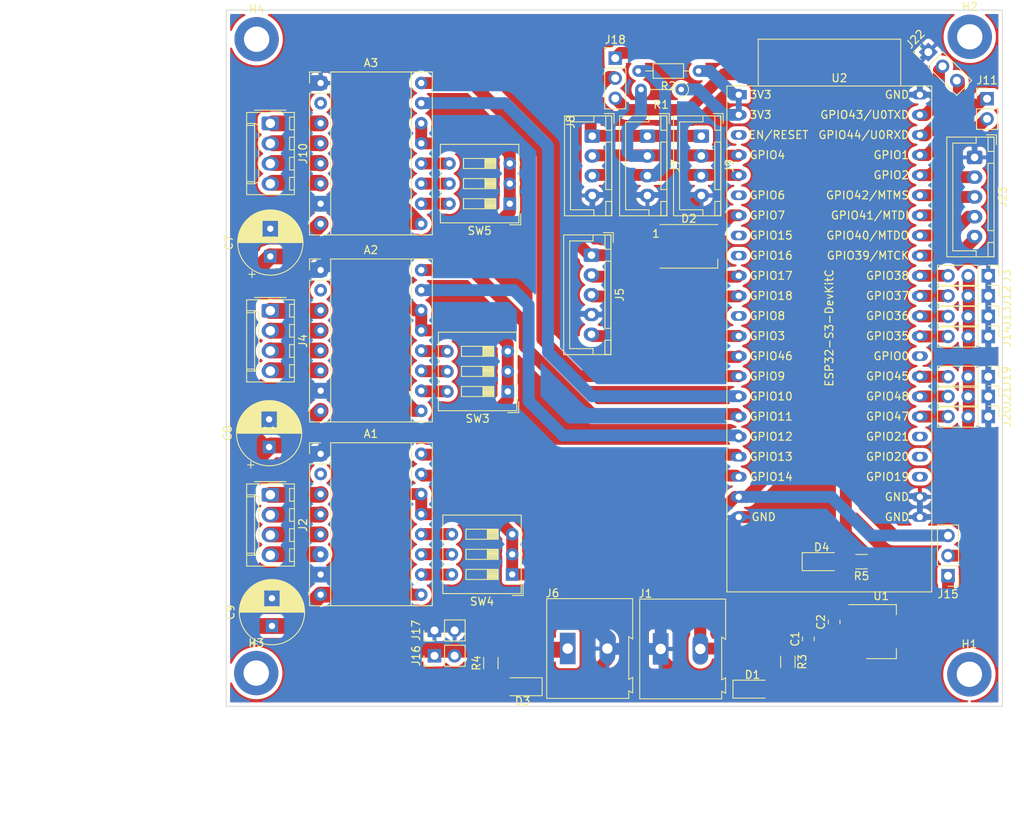
<source format=kicad_pcb>
(kicad_pcb (version 20221018) (generator pcbnew)
  (layers (0 "F.Cu" signal "Front") (31 "B.Cu" signal "Back") (34 "B.Paste" user) (35 "F.Paste" user) (36 "B.SilkS" user "B.Silkscreen") (37 "F.SilkS" user "F.Silkscreen") (38 "B.Mask" user) (39 "F.Mask" user) (44 "Edge.Cuts" user))
  (net 0 "")
  (net 1 "GND")
  (net 3 "Net-(A1-A2)")
  (net 4 "Net-(A1-A1)")
  (net 5 "Net-(A1-B1)")
  (net 6 "Net-(A1-B2)")
  (net 7 "+12V")
  (net 8 "EN")
  (net 9 "Net-(A1-M0)")
  (net 10 "Net-(A1-M1)")
  (net 11 "Net-(A1-M2)")
  (net 12 "+5V")
  (net 13 "STEP1")
  (net 14 "DIR1")
  (net 16 "Net-(A2-A2)")
  (net 17 "Net-(A2-A1)")
  (net 18 "Net-(A2-B1)")
  (net 19 "Net-(A2-B2)")
  (net 20 "Net-(A2-M0)")
  (net 21 "Net-(A2-M1)")
  (net 22 "Net-(A2-M2)")
  (net 23 "STEP2")
  (net 24 "DIR2")
  (net 26 "LIDARRX")
  (net 27 "LIDARTX")
  (net 28 "PWMLIDAR")
  (net 29 "SCL")
  (net 30 "SDA")
  (net 31 "Neopixel")
  (net 33 "Net-(A3-A2)")
  (net 34 "Net-(A3-A1)")
  (net 35 "Net-(A3-B1)")
  (net 36 "Net-(A3-B2)")
  (net 37 "Net-(A3-M0)")
  (net 38 "Net-(A3-M1)")
  (net 39 "Net-(A3-M2)")
  (net 40 "STEP3")
  (net 41 "DIR3")
  (net 49 "Net-(J23-Pin_2)")
  (net 50 "Net-(J23-Pin_3)")
  (net 51 "Net-(J23-Pin_4)")
  (net 52 "Net-(J22-Pin_3)")
  (net 53 "Net-(J22-Pin_2)")
  (net 56 "+3.3V")
  (net 57 "/GP35")
  (net 58 "/GP36")
  (net 59 "/GP37")
  (net 60 "/GP38")
  (net 61 "/GP1")
  (net 62 "/GP2")
  (net 63 "Net-(J12-Pin_2)")
  (net 64 "Net-(D1-A)")
  (net 65 "Net-(D3-A)")
  (net 66 "+3.3VP")
  (net 67 "Net-(J18-Pin_2)")
  (net 68 "Net-(D4-A)")
  (net 69 "Net-(J19-Pin_3)")
  (net 70 "Net-(J20-Pin_3)")
  (net 71 "Net-(J21-Pin_3)")
  (net 72 "Net-(J23-Pin_5)")
  (footprint "MountingHole:MountingHole_3.2mm_M3_DIN965_Pad" (layer "F.Cu") (at 116.8908 104.0892)
    (fp_text reference "H2")
    (fp_text value "MountingHole")
  )
  (footprint "MountingHole:MountingHole_3.2mm_M3_DIN965_Pad" (layer "F.Cu") (at 116.84 184.6072)
    (fp_text reference "H1")
    (fp_text value "MountingHole")
  )
  (footprint "Module:Pololu_Breakout-16_15.2x20.3mm" (layer "F.Cu") (at 34.9504 156.7688)
    (fp_text reference "A1")
    (fp_text value "Pololu_Breakout_DRV8825")
  )
  (footprint "Capacitor_SMD:C_0805_2012Metric_Pad1.18x1.45mm_HandSolder" (layer "F.Cu") (at 96.52 180.1368 90)
    (fp_text reference "C1")
    (fp_text value "C_Small")
  )
  (footprint "LED_SMD:LED_1206_3216Metric_Pad1.42x1.75mm_HandSolder" (layer "F.Cu") (at 89.4588 186.4868)
    (fp_text reference "D1")
    (fp_text value "LED_Small")
  )
  (footprint "Connector_PinHeader_2.54mm:PinHeader_1x02_P2.54mm_Vertical" (layer "F.Cu") (at 119.0752 111.9124)
    (fp_text reference "J11")
    (fp_text value "Conn_01x02")
  )
  (footprint "Connector_PinHeader_2.54mm:PinHeader_1x02_P2.54mm_Vertical" (layer "F.Cu") (at 49.3218 179.07 90)
    (fp_text reference "J17")
    (fp_text value "Conn_01x02")
  )
  (footprint "Connector_PinHeader_2.54mm:PinHeader_1x03_P2.54mm_Vertical" (layer "F.Cu") (at 119.2276 141.9428 -90)
    (fp_text reference "J14")
    (fp_text value "Conn_01x03")
  )
  (footprint "Resistor_SMD:R_1206_3216Metric_Pad1.30x1.75mm_HandSolder" (layer "F.Cu") (at 56.4388 183.1848 90)
    (fp_text reference "R4")
    (fp_text value "R_Small")
  )
  (footprint "Connector_PinHeader_2.54mm:PinHeader_1x03_P2.54mm_Vertical" (layer "F.Cu") (at 119.2276 136.812 -90)
    (fp_text reference "J12")
    (fp_text value "Conn_01x03")
  )
  (footprint "Connector_PinHeader_2.54mm:PinHeader_1x03_P2.54mm_Vertical" (layer "F.Cu") (at 119.2276 152.052 -90)
    (fp_text reference "J20")
    (fp_text value "Conn_01x03")
  )
  (footprint "Module:Pololu_Breakout-16_15.2x20.3mm" (layer "F.Cu") (at 34.9504 109.9312)
    (fp_text reference "A3")
    (fp_text value "Pololu_Breakout_DRV8825")
  )
  (footprint "Connector_PinHeader_2.54mm:PinHeader_1x03_P2.54mm_Vertical" (layer "F.Cu") (at 119.2276 149.512 -90)
    (fp_text reference "J21")
    (fp_text value "Conn_01x03")
  )
  (footprint "Resistor_THT:R_Axial_DIN0204_L3.6mm_D1.6mm_P5.08mm_Vertical" (layer "F.Cu") (at 80.4672 110.744 180)
    (fp_text reference "R1")
    (fp_text value "R")
  )
  (footprint "Connector_JST:JST_XH_B4B-XH-A_1x04_P2.50mm_Vertical" (layer "F.Cu") (at 83.0072 116.6368 -90)
    (fp_text reference "J9")
    (fp_text value "Conn_01x04")
  )
  (footprint "TerminalBlock:TerminalBlock_Altech_AK300-2_P5.00mm" (layer "F.Cu") (at 66.1416 181.356)
    (fp_text reference "J6")
    (fp_text value "Conn_01x02")
  )
  (footprint "Resistor_THT:R_Axial_DIN0204_L3.6mm_D1.6mm_P7.62mm_Horizontal" (layer "F.Cu") (at 82.6516 108.4072 180)
    (fp_text reference "R2")
    (fp_text value "R")
  )
  (footprint "Connector_JST:JST_XH_B5B-XH-A_1x05_P2.50mm_Vertical" (layer "F.Cu") (at 69.1388 131.6736 -90)
    (fp_text reference "J5")
    (fp_text value "Conn_01x05")
  )
  (footprint "Connector_PinHeader_2.54mm:PinHeader_1x03_P2.54mm_Vertical" (layer "F.Cu") (at 111.6584 106.0196 45)
    (fp_text reference "J22")
    (fp_text value "Conn_01x03")
  )
  (footprint "Button_Switch_THT:SW_DIP_SPSTx03_Slide_9.78x9.8mm_W7.62mm_P2.54mm" (layer "F.Cu") (at 59.13318 171.99652 180)
    (fp_text reference "SW4")
    (fp_text value "SW_DIP_x03")
  )
  (footprint "MountingHole:MountingHole_3.2mm_M3_DIN965_Pad" (layer "F.Cu") (at 26.8732 104.394)
    (fp_text reference "H4")
    (fp_text value "MountingHole")
  )
  (footprint "Connector_PinHeader_2.54mm:PinHeader_1x03_P2.54mm_Vertical" (layer "F.Cu") (at 119.2276 134.272 -90)
    (fp_text reference "J3")
    (fp_text value "Conn_01x03")
  )
  (footprint "LED_SMD:LED_1206_3216Metric_Pad1.42x1.75mm_HandSolder" (layer "F.Cu") (at 60.452 186.182 180)
    (fp_text reference "D3")
    (fp_text value "LED_Small")
  )
  (footprint "ESP32:ESP32-S3-DevKitC" (layer "F.Cu") (at 87.7316 111.4044)
    (fp_text reference "U2")
    (fp_text value "ESP32-S3-DevKitC")
  )
  (footprint "Connector_JST:JST_XH_B4B-XH-A_1x04_P2.50mm_Vertical" (layer "F.Cu") (at 69.2404 116.6368 -90)
    (fp_text reference "J8")
    (fp_text value "Conn_01x04")
  )
  (footprint "Connector_PinHeader_2.54mm:PinHeader_1x03_P2.54mm_Vertical" (layer "F.Cu") (at 119.2276 147.0228 -90)
    (fp_text reference "J19")
    (fp_text value "Conn_01x03")
  )
  (footprint "Connector_PinHeader_2.54mm:PinHeader_1x03_P2.54mm_Vertical" (layer "F.Cu") (at 119.2276 139.4028 -90)
    (fp_text reference "J13")
    (fp_text value "Conn_01x03")
  )
  (footprint "TerminalBlock:TerminalBlock_Altech_AK300-2_P5.00mm" (layer "F.Cu") (at 77.8764 181.4068)
    (fp_text reference "J1")
    (fp_text value "Conn_01x02")
  )
  (footprint "Connector_JST:JST_XH_B4B-XH-A_1x04_P2.50mm_Vertical" (layer "F.Cu") (at 76.2 116.6368 -90)
    (fp_text reference "J7")
    (fp_text value "Conn_01x04")
  )
  (footprint "Capacitor_THT:CP_Radial_D8.0mm_P3.50mm" (layer "F.Cu") (at 28.448 155.9052 90)
    (fp_text reference "C8")
    (fp_text value "C_Polarized")
  )
  (footprint "Connector_PinHeader_2.54mm:PinHeader_1x03_P2.54mm_Vertical" (layer "F.Cu") (at 114.1476 172.1612 180)
    (fp_text reference "J15")
    (fp_text value "Conn_01x03")
  )
  (footprint "Capacitor_THT:CP_Radial_D8.0mm_P3.50mm" (layer "F.Cu") (at 28.6004 131.826 90)
    (fp_text reference "C7")
    (fp_text value "C_Polarized")
  )
  (footprint "Connector_PinHeader_2.54mm:PinHeader_1x03_P2.54mm_Vertical" (layer "F.Cu") (at 72.136 106.7816)
    (fp_text reference "J18")
    (fp_text value "Conn_01x03")
  )
  (footprint "Connector_Molex:Molex_KK-254_AE-6410-04A_1x04_P2.54mm_Vertical" (layer "F.Cu") (at 28.6004 115.0258 -90)
    (fp_text reference "J10")
    (fp_text value "Conn_01x04")
  )
  (footprint "Connector_JST:JST_XH_B5B-XH-A_1x05_P2.50mm_Vertical" (layer "F.Cu") (at 117.5004 119.3184 -90)
    (fp_text reference "J23")
    (fp_text value "Conn_01x05")
  )
  (footprint "Resistor_SMD:R_1206_3216Metric_Pad1.30x1.75mm_HandSolder" (layer "F.Cu") (at 103.2256 170.3832 180)
    (fp_text reference "R5")
    (fp_text value "R_Small")
  )
  (footprint "Module:Pololu_Breakout-16_15.2x20.3mm" (layer "F.Cu") (at 34.9504 133.5532)
    (fp_text reference "A2")
    (fp_text value "Pololu_Breakout_DRV8825")
  )
  (footprint "Connector_PinHeader_2.54mm:PinHeader_1x02_P2.54mm_Vertical" (layer "F.Cu") (at 49.3218 182.2704 90)
    (fp_text reference "J16")
    (fp_text value "Conn_01x02")
  )
  (footprint "Resistor_SMD:R_1206_3216Metric_Pad1.30x1.75mm_HandSolder" (layer "F.Cu") (at 93.9292 183.0324 -90)
    (fp_text reference "R3")
    (fp_text value "R_Small")
  )
  (footprint "LED_SMD:LED_1206_3216Metric_Pad1.42x1.75mm_HandSolder" (layer "F.Cu") (at 98.1964 170.3832)
    (fp_text reference "D4")
    (fp_text value "LED_Small")
  )
  (footprint "LED_SMD:LED_WS2812B_PLCC4_5.0x5.0mm_P3.2mm" (layer "F.Cu") (at 81.4324 130.556)
    (fp_text reference "D2")
    (fp_text value "WS2812B")
  )
  (footprint "Button_Switch_THT:SW_DIP_SPSTx03_Slide_9.78x9.8mm_W7.62mm_P2.54mm" (layer "F.Cu") (at 58.8264 125.1712 180)
    (fp_text reference "SW5")
    (fp_text value "SW_DIP_x03")
  )
  (footprint "Package_TO_SOT_SMD:SOT-223-3_TabPin2" (layer "F.Cu") (at 105.7148 179.2224)
    (fp_text reference "U1")
    (fp_text value "AMS1117-3.3")
  )
  (footprint "Capacitor_THT:CP_Radial_D8.0mm_P3.50mm" (layer "F.Cu") (at 28.8036 178.5112 90)
    (fp_text reference "C9")
    (fp_text value "C_Polarized")
  )
  (footprint "Button_Switch_THT:SW_DIP_SPSTx03_Slide_9.78x9.8mm_W7.62mm_P2.54mm" (layer "F.Cu") (at 58.5724 148.8948 180)
    (fp_text reference "SW3")
    (fp_text value "SW_DIP_x03")
  )
  (footprint "MountingHole:MountingHole_3.2mm_M3_DIN965_Pad" (layer "F.Cu") (at 26.8224 184.4548)
    (fp_text reference "H3")
    (fp_text value "MountingHole")
  )
  (footprint "Capacitor_SMD:C_0805_2012Metric_Pad1.18x1.45mm_HandSolder" (layer "F.Cu") (at 99.7712 178.0032 90)
    (fp_text reference "C2")
    (fp_text value "C_Small")
  )
  (footprint "Connector_Molex:Molex_KK-254_AE-6410-04A_1x04_P2.54mm_Vertical" (layer "F.Cu") (at 28.6004 161.9434 -90)
    (fp_text reference "J2")
    (fp_text value "Conn_01x04")
  )
  (footprint "Connector_Molex:Molex_KK-254_AE-6410-04A_1x04_P2.54mm_Vertical" (layer "F.Cu") (at 28.6004 138.684 -90)
    (fp_text reference "J4")
    (fp_text value "Conn_01x04")
  )
  (gr_rect (start 23.03148 100.71372) (end 120.99928 188.64852) (stroke (width 0.1)) (fill none) (layer "Edge.Cuts"))
  (segment (start 83.0072 124.1368) (end 81.4324 125.7116) (width 1.5) (layer "F.Cu") (net 1))
  (segment (start 71.1416 182.7568) (end 71.1416 181.356) (width 1.5) (layer "F.Cu") (net 1))
  (segment (start 77.8764 182.5752) (end 77.8764 181.356) (width 1.5) (layer "F.Cu") (net 1))
  (segment (start 98.5735 176.9657) (end 99.7712 176.9657) (width 1.5) (layer "F.Cu") (net 1))
  (segment (start 61.9395 186.182) (end 62.0411 186.2836) (width 1.5) (layer "F.Cu") (net 1))
  (segment (start 87.73064 164.7444) (end 87.72792 164.74168) (width 1.5) (layer "F.Cu") (net 1))
  (segment (start 99.7712 176.9657) (end 99.9236 177.1181) (width 0.75) (layer "F.Cu") (net 1))
  (segment (start 91.6432 164.7444) (end 87.73064 164.7444) (width 1.5) (layer "F.Cu") (net 1))
  (segment (start 67.6148 186.2836) (end 71.1416 182.7568) (width 1.5) (layer "F.Cu") (net 1))
  (segment (start 96.52 179.0192) (end 98.5735 176.9657) (width 1.5) (layer "F.Cu") (net 1))
  (segment (start 96.52 179.0993) (end 96.5708 179.0485) (width 1.5) (layer "F.Cu") (net 1))
  (segment (start 96.5708 179.0485) (end 96.5708 169.672) (width 1.5) (layer "F.Cu") (net 1))
  (segment (start 96.52 179.0993) (end 96.52 179.0192) (width 1.5) (layer "F.Cu") (net 1))
  (segment (start 87.9713 186.4868) (end 81.788 186.4868) (width 1.5) (layer "F.Cu") (net 1))
  (segment (start 102.2382 176.9872) (end 102.3691 177.1181) (width 1.5) (layer "F.Cu") (net 1))
  (segment (start 81.4324 130.3528) (end 83.2856 132.206) (width 1.5) (layer "F.Cu") (net 1))
  (segment (start 99.9236 177.1181) (end 100.0545 176.9872) (width 1.5) (layer "F.Cu") (net 1))
  (segment (start 102.3691 177.1181) (end 102.5648 176.9224) (width 0.75) (layer "F.Cu") (net 1))
  (segment (start 81.788 186.4868) (end 77.8764 182.5752) (width 1.5) (layer "F.Cu") (net 1))
  (segment (start 81.4324 125.7116) (end 81.4324 130.3528) (width 1.5) (layer "F.Cu") (net 1))
  (segment (start 100.0545 176.9872) (end 102.2382 176.9872) (width 1.5) (layer "F.Cu") (net 1))
  (segment (start 62.0411 186.2836) (end 67.6148 186.2836) (width 1.5) (layer "F.Cu") (net 1))
  (segment (start 96.5708 169.672) (end 91.6432 164.7444) (width 1.5) (layer "F.Cu") (net 1))
  (segment (start 83.2856 132.206) (end 83.8824 132.206) (width 1.5) (layer "F.Cu") (net 1))
  (segment (start 110.5916 162.2044) (end 110.5916 164.7444) (width 0.75) (layer "B.Cu") (net 1))
  (segment (start 25.0444 172.60724) (end 25.0444 160.528) (width 2) (layer "B.Cu") (net 1))
  (segment (start 77.8764 181.4068) (end 77.8764 174.5932) (width 1.5) (layer "B.Cu") (net 1))
  (segment (start 27.44836 175.0112) (end 25.0444 172.60724) (width 2) (layer "B.Cu") (net 1))
  (segment (start 68.8848 139.072) (end 67.5964 139.072) (width 0.75) (layer "B.Cu") (net 1))
  (segment (start 69.27928 124.06332) (end 83.05292 124.06332) (width 0.75) (layer "B.Cu") (net 1))
  (segment (start 69.2404 125.984) (end 72.39 129.1336) (width 0.75) (layer "B.Cu") (net 1))
  (segment (start 69.2404 124.1022) (end 69.27928 124.06332) (width 0.75) (layer "B.Cu") (net 1))
  (segment (start 77.8764 174.5932) (end 87.72792 164.74168) (width 1.5) (layer "B.Cu") (net 1))
  (segment (start 25.2984 126.238) (end 25.2984 113.538) (width 2) (layer "B.Cu") (net 1))
  (segment (start 34.9504 172.0088) (end 40.19916 172.0088) (width 2) (layer "B.Cu") (net 1))
  (segment (start 110.5916 110.1852) (end 110.5916 111.4044) (width 0.75) (layer "B.Cu") (net 1))
  (segment (start 24.5872 138.0236) (end 27.48008 135.13072) (width 2) (layer "B.Cu") (net 1))
  (segment (start 26.66728 158.90512) (end 31.54408 158.90512) (width 2) (layer "B.Cu") (net 1))
  (segment (start 32.8894 125.1712) (end 34.9504 125.1712) (width 2) (layer "B.Cu") (net 1))
  (segment (start 38.16988 150.87872) (end 36.08436 148.7932) (width 2) (layer "B.Cu") (net 1))
  (segment (start 28.448 152.4052) (end 28.3008 152.4052) (width 2) (layer "B.Cu") (net 1))
  (segment (start 28.60312 128.32872) (end 29.73188 128.32872) (width 2) (layer "B.Cu") (net 1))
  (segment (start 71.1924 181.4068) (end 71.1416 181.356) (width 1.5) (layer "B.Cu") (net 1))
  (segment (start 110.5916 107.188) (end 110.5916 111.4044) (width 0.75) (layer "B.Cu") (net 1))
  (segment (start 27.48008 135.13072) (end 31.71828 135.13072) (width 2) (layer "B.Cu") (net 1))
  (segment (start 110.5916 111.4044) (end 109.0676 111.4044) (width 0.75) (layer "B.Cu") (net 1))
  (segment (start 34.9504 156.7688) (end 38.16988 153.54932) (width 2) (layer "B.Cu") (net 1))
  (segment (start 28.6004 128.326) (end 28.60312 128.32872) (width 2) (layer "B.Cu") (net 1))
  (segment (start 28.8036 175.0112) (end 29.662 175.0112) (width 2) (layer "B.Cu") (net 1))
  (segment (start 70.5288 139.1736) (end 69.1388 139.1736) (width 0.75) (layer "B.Cu") (net 1))
  (segment (start 28.6004 128.326) (end 27.3864 128.326) (width 2) (layer "B.Cu") (net 1))
  (segment (start 29.662 175.0112) (end 32.6644 172.0088) (width 2) (layer "B.Cu") (net 1))
  (segment (start 83.05292 124.06332) (end 83.1426 124.153) (width 0.75) (layer "B.Cu") (net 1))
  (segment (start 38.16988 127.25931) (end 36.08177 125.1712) (width 2) (layer "B.Cu") (net 1))
  (segment (start 33.6804 156.7688) (end 34.9504 156.7688) (width 2) (layer "B.Cu") (net 1))
  (segment (start 117.5004 119.3184) (end 117.5004 117.0432) (width 0.75) (layer "B.Cu") (net 1))
  (segment (start 70.4088 103.5304) (end 103.9368 103.5304) (width 0.75) (layer "B.Cu") (net 1))
  (segment (start 25.2984 113.538) (end 28.9052 109.9312) (width 2) (layer "B.Cu") (net 1))
  (segment (start 38.16988 153.54932) (end 38.16988 150.87872) (width 2) (layer "B.Cu") (net 1))
  (segment (start 25.0444 160.528) (end 26.66728 158.90512) (width 2) (layer "B.Cu") (net 1))
  (segment (start 72.39 137.3124) (end 70.5288 139.1736) (width 0.75) (layer "B.Cu") (net 1))
  (segment (start 103.9368 103.5304) (end 110.5916 110.1852) (width 0.75) (layer "B.Cu") (net 1))
  (segment (start 34.9504 148.7932) (end 36.08177 148.7932) (width 2) (layer "B.Cu") (net 1))
  (segment (start 28.3008 152.4052) (end 24.5872 148.6916) (width 2) (layer "B.Cu") (net 1))
  (segment (start 69.2404 124.1368) (end 69.2404 125.984) (width 0.75) (layer "B.Cu") (net 1))
  (segment (start 40.19916 172.0088) (end 39.18316 172.0088) (width 2) (layer "B.Cu") (net 1))
  (segment (start 77.8764 181.4068) (end 71.1924 181.4068) (width 1.5) (layer "B.Cu") (net 1))
  (segment (start 40.19916 172.0088) (end 46.19356 178.0032) (width 2) (layer "B.Cu") (net 1))
  (segment (start 69.088 178.0032) (end 71.214 180.1292) (width 2) (layer "B.Cu") (net 1))
  (segment (start 32.1274 148.7932) (end 34.9504 148.7932) (width 2) (layer "B.Cu") (net 1))
  (segment (start 36.08436 148.7932) (end 34.9504 148.7932) (width 2) (layer "B.Cu") (net 1))
  (segment (start 24.5872 148.6916) (end 24.5872 138.0236) (width 2) (layer "B.Cu") (net 1))
  (segment (start 105.1052 115.3668) (end 105.1052 159.004) (width 0.75) (layer "B.Cu") (net 1))
  (segment (start 72.39 129.1336) (end 72.39 137.3124) (width 0.75) (layer "B.Cu") (net 1))
  (segment (start 46.19356 178.0032) (end 69.088 178.0032) (width 2) (layer "B.Cu") (net 1))
  (segment (start 31.54408 158.90512) (end 33.6804 156.7688) (width 2) (layer "B.Cu") (net 1))
  (segment (start 34.9504 125.1712) (end 36.08177 125.1712) (width 2) (layer "B.Cu") (net 1))
  (segment (start 28.5154 152.4052) (end 32.1274 148.7932) (width 2) (layer "B.Cu") (net 1))
  (segment (start 34.9504 133.5532) (end 34.9504 133.2702) (width 2) (layer "B.Cu") (net 1))
  (segment (start 109.0676 111.4044) (end 105.1052 115.3668) (width 0.75) (layer "B.Cu") (net 1))
  (segment (start 119.2276 134.272) (end 119.2276 152.052) (width 0.75) (layer "B.Cu") (net 1))
  (segment (start 28.448 152.4052) (end 28.5154 152.4052) (width 2) (layer "B.Cu") (net 1))
  (segment (start 117.5004 117.0432) (end 111.8616 111.4044) (width 0.75) (layer "B.Cu") (net 1))
  (segment (start 111.6584 106.0196) (end 111.6584 106.1212) (width 0.75) (layer "B.Cu") (net 1))
  (segment (start 111.8616 111.4044) (end 110.5916 111.4044) (width 0.75) (layer "B.Cu") (net 1))
  (segment (start 27.3864 128.326) (end 25.2984 126.238) (width 2) (layer "B.Cu") (net 1))
  (segment (start 29.73188 128.32872) (end 32.8894 125.1712) (width 2) (layer "B.Cu") (net 1))
  (segment (start 71.214 180.1292) (end 71.214 181.0512) (width 2) (layer "B.Cu") (net 1))
  (segment (start 111.6584 106.1212) (end 110.5916 107.188) (width 0.75) (layer "B.Cu") (net 1))
  (segment (start 31.71828 135.13072) (end 33.2958 133.5532) (width 2) (layer "B.Cu") (net 1))
  (segment (start 33.2958 133.5532) (end 34.9504 133.5532) (width 2) (layer "B.Cu") (net 1))
  (segment (start 113.792 164.7444) (end 110.5916 164.7444) (width 0.75) (layer "B.Cu") (net 1))
  (segment (start 66.3448 137.8204) (end 66.3448 107.5944) (width 0.75) (layer "B.Cu") (net 1))
  (segment (start 66.3448 107.5944) (end 70.4088 103.5304) (width 0.75) (layer "B.Cu") (net 1))
  (segment (start 105.1052 159.004) (end 108.204 162.1028) (width 0.75) (layer "B.Cu") (net 1))
  (segment (start 38.16988 130.05072) (end 38.16988 127.25931) (width 2) (layer "B.Cu") (net 1))
  (segment (start 28.8036 175.0112) (end 27.44836 175.0112) (width 2) (layer "B.Cu") (net 1))
  (segment (start 28.9052 109.9312) (end 34.9504 109.9312) (width 2) (layer "B.Cu") (net 1))
  (segment (start 119.2276 152.052) (end 119.2276 159.3088) (width 0.75) (layer "B.Cu") (net 1))
  (segment (start 34.9504 133.2702) (end 38.16988 130.05072) (width 2) (layer "B.Cu") (net 1))
  (segment (start 67.5964 139.072) (end 66.3448 137.8204) (width 0.75) (layer "B.Cu") (net 1))
  (segment (start 119.2276 159.3088) (end 113.792 164.7444) (width 0.75) (layer "B.Cu") (net 1))
  (segment (start 108.204 162.1028) (end 111.1504 162.1028) (width 0.75) (layer "B.Cu") (net 1))
  (segment (start 32.6644 172.0088) (end 34.9504 172.0088) (width 2) (layer "B.Cu") (net 1))
  (segment (start 34.8558 161.9434) (end 34.9504 161.8488) (width 2) (layer "F.Cu") (net 3))
  (segment (start 28.5496 161.9434) (end 34.8558 161.9434) (width 2) (layer "F.Cu") (net 3))
  (segment (start 34.8958 164.4434) (end 34.9504 164.3888) (width 2) (layer "F.Cu") (net 4))
  (segment (start 28.5496 164.4434) (end 34.8958 164.4434) (width 2) (layer "F.Cu") (net 4))
  (segment (start 34.9358 166.9434) (end 34.9504 166.9288) (width 2) (layer "F.Cu") (net 5))
  (segment (start 28.5496 166.9434) (end 34.9358 166.9434) (width 2) (layer "F.Cu") (net 5))
  (segment (start 28.5496 169.4434) (end 34.925 169.4434) (width 2) (layer "F.Cu") (net 6))
  (segment (start 34.925 169.4434) (end 34.9504 169.4688) (width 2) (layer "B.Cu") (net 6))
  (segment (start 28.60312 131.82872) (end 30.83288 131.82872) (width 2) (layer "F.Cu") (net 7))
  (segment (start 26.7208 178.5112) (end 25.654 177.4444) (width 2) (layer "F.Cu") (net 7))
  (segment (start 28.448 155.9052) (end 28.64848 155.70472) (width 2) (layer "F.Cu") (net 7))
  (segment (start 28.448 155.9052) (end 27.8384 155.9052) (width 2) (layer "F.Cu") (net 7))
  (segment (start 28.8036 178.5112) (end 30.988 178.5112) (width 2) (layer "F.Cu") (net 7))
  (segment (start 38.01476 174.5488) (end 44.97436 181.5084) (width 2) (layer "F.Cu") (net 7))
  (segment (start 28.8036 178.5112) (end 26.7208 178.5112) (width 2) (layer "F.Cu") (net 7))
  (segment (start 34.9504 174.5488) (end 38.01476 174.5488) (width 2) (layer "F.Cu") (net 7))
  (segment (start 25.654 158.6992) (end 28.448 155.9052) (width 2) (layer "F.Cu") (net 7))
  (segment (start 28.6004 131.826) (end 28.60312 131.82872) (width 2) (layer "F.Cu") (net 7))
  (segment (start 25.654 177.4444) (end 25.654 158.6992) (width 2) (layer "F.Cu") (net 7))
  (segment (start 25.7556 153.8224) (end 25.7556 134.6708) (width 2) (layer "F.Cu") (net 7))
  (segment (start 30.988 178.5112) (end 34.9504 174.5488) (width 2) (layer "F.Cu") (net 7))
  (segment (start 27.8384 155.9052) (end 25.7556 153.8224) (width 2) (layer "F.Cu") (net 7))
  (segment (start 30.83288 131.82872) (end 34.9504 127.7112) (width 2) (layer "F.Cu") (net 7))
  (segment (start 28.64848 155.70472) (end 30.57888 155.70472) (width 2) (layer "F.Cu") (net 7))
  (segment (start 65.9892 181.5084) (end 66.1416 181.356) (width 2) (layer "F.Cu") (net 7))
  (segment (start 30.57888 155.70472) (end 34.9504 151.3332) (width 2) (layer "F.Cu") (net 7))
  (segment (start 25.7556 134.6708) (end 28.6004 131.826) (width 2) (layer "F.Cu") (net 7))
  (segment (start 44.97436 181.5084) (end 65.9892 181.5084) (width 2) (layer "F.Cu") (net 7))
  (segment (start 46.87936 151.3332) (end 47.6504 151.3332) (width 1.5) (layer "F.Cu") (net 8))
  (segment (start 45.212 151.3332) (end 42.3164 154.2288) (width 1.5) (layer "F.Cu") (net 8))
  (segment (start 45.0088 108.7628) (end 46.482 107.2896) (width 1.5) (layer "F.Cu") (net 8))
  (segment (start 45.0088 125.075185) (end 45.0088 108.7628) (width 1.5) (layer "F.Cu") (net 8))
  (segment (start 87.62728 144.52872) (end 87.7316 144.4244) (width 1.5) (layer "F.Cu") (net 8))
  (segment (start 47.6504 151.3332) (end 45.212 151.3332) (width 1.5) (layer "F.Cu") (net 8))
  (segment (start 55.1688 107.2896) (end 64.9224 117.0432) (width 1.5) (layer "F.Cu") (net 8))
  (segment (start 64.9224 117.0432) (end 64.9224 141.1224) (width 1.5) (layer "F.Cu") (net 8))
  (segment (start 64.9224 141.1224) (end 68.32872 144.52872) (width 1.5) (layer "F.Cu") (net 8))
  (segment (start 47.644815 127.7112) (end 45.0088 125.075185) (width 1.5) (layer "F.Cu") (net 8))
  (segment (start 42.8244 147.27824) (end 46.87936 151.3332) (width 1.5) (layer "F.Cu") (net 8))
  (segment (start 47.6504 127.7112) (end 45.72 127.7112) (width 1.5) (layer "F.Cu") (net 8))
  (segment (start 42.8244 130.6068) (end 42.8244 147.27824) (width 1.5) (layer "F.Cu") (net 8))
  (segment (start 46.37136 174.5488) (end 47.6504 174.5488) (width 1.5) (layer "F.Cu") (net 8))
  (segment (start 46.482 107.2896) (end 55.1688 107.2896) (width 1.5) (layer "F.Cu") (net 8))
  (segment (start 47.6504 127.7112) (end 47.644815 127.7112) (width 1.5) (layer "F.Cu") (net 8))
  (segment (start 68.32872 144.52872) (end 87.62728 144.52872) (width 1.5) (layer "F.Cu") (net 8))
  (segment (start 42.3164 170.49384) (end 46.37136 174.5488) (width 1.5) (layer "F.Cu") (net 8))
  (segment (start 45.72 127.7112) (end 42.8244 130.6068) (width 1.5) (layer "F.Cu") (net 8))
  (segment (start 42.3164 154.2288) (end 42.3164 170.49384) (width 1.5) (layer "F.Cu") (net 8))
  (segment (start 47.6758 171.9834) (end 47.6504 172.0088) (width 0.75) (layer "F.Cu") (net 9))
  (segment (start 47.6504 172.0088) (end 51.5009 172.0088) (width 1.5) (layer "F.Cu") (net 9))
  (segment (start 51.5009 172.0088) (end 51.51318 171.99652) (width 0.75) (layer "F.Cu") (net 9))
  (segment (start 51.49248 172.01152) (end 51.46436 171.9834) (width 0.75) (layer "F.Cu") (net 9))
  (segment (start 47.6758 169.4434) (end 47.6504 169.4688) (width 0.75) (layer "F.Cu") (net 10))
  (segment (start 51.49248 169.47152) (end 51.46436 169.4434) (width 0.75) (layer "F.Cu") (net 10))
  (segment (start 51.46436 169.4434) (end 47.6758 169.4434) (width 1.5) (layer "F.Cu") (net 10))
  (segment (start 47.6758 166.9034) (end 47.6504 166.9288) (width 0.75) (layer "F.Cu") (net 11))
  (segment (start 51.46436 166.9034) (end 47.6758 166.9034) (width 1.5) (layer "F.Cu") (net 11))
  (segment (start 51.49248 166.93152) (end 51.46436 166.9034) (width 0.75) (layer "F.Cu") (net 11))
  (segment (start 85.852 108.8136) (end 89.5604 108.8136) (width 1.5) (layer "F.Cu") (net 12))
  (segment (start 47.6504 138.6332) (end 46.7868 138.6332) (width 1.5) (layer "F.Cu") (net 12))
  (segment (start 91.0336 110.2868) (end 91.0336 159.9184) (width 1.5) (layer "F.Cu") (net 12))
  (segment (start 58.5724 142.91154) (end 56.83406 141.1732) (width 1.5) (layer "F.Cu") (net 12))
  (segment (start 56.60546 164.3888) (end 47.6504 164.3888) (width 1.5) (layer "F.Cu") (net 12))
  (segment (start 102.4603 181.1776) (end 102.5111 181.2284) (width 1.5) (layer "F.Cu") (net 12))
  (segment (start 94.234 181.1776) (end 102.4603 181.1776) (width 1.5) (layer "F.Cu") (net 12))
  (segment (start 93.8028 181.356) (end 82.8764 181.356) (width 1.5) (layer "F.Cu") (net 12))
  (segment (start 72.136 111.8616) (end 73.6092 113.3348) (width 1.5) (layer "F.Cu") (net 12))
  (segment (start 45.20908 137.05548) (end 45.20908 132.66352) (width 1.5) (layer "F.Cu") (net 12))
  (segment (start 45.20908 132.66352) (end 46.55188 131.32072) (width 1.5) (layer "F.Cu") (net 12))
  (segment (start 82.8548 166.624) (end 87.27712 162.20168) (width 1.5) (layer "F.Cu") (net 12))
  (segment (start 59.13318 171.99652) (end 59.13318 169.45652) (width 1.5) (layer "F.Cu") (net 12))
  (segment (start 82.8764 181.356) (end 82.8548 181.3344) (width 1.5) (layer "F.Cu") (net 12))
  (segment (start 70.3072 103.6828) (end 98.552 103.6828) (width 1.5) (layer "F.Cu") (net 12))
  (segment (start 46.0756 161.8488) (end 45.212 160.9852) (width 1.5) (layer "F.Cu") (net 12))
  (segment (start 81.3308 113.3348) (end 85.852 108.8136) (width 1.5) (layer "F.Cu") (net 12))
  (segment (start 47.6504 138.6332) (end 47.6504 141.1732) (width 1.5) (layer "F.Cu") (net 12))
  (segment (start 88.75032 162.20168) (end 87.72792 162.20168) (width 1.5) (layer "F.Cu") (net 12))
  (segment (start 58.8264 120.0912) (end 58.8264 118.93394) (width 1.5) (layer "F.Cu") (net 12))
  (segment (start 98.552 103.6828) (end 103.5812 108.712) (width 1.5) (layer "F.Cu") (net 12))
  (segment (start 69.1388 131.6736) (end 68.8848 131.6736) (width 1.5) (layer "F.Cu") (net 12))
  (segment (start 68.8848 131.6736) (end 67.1576 129.9464) (width 1.5) (layer "F.Cu") (net 12))
  (segment (start 59.13318 166.91652) (end 56.60546 164.3888) (width 1.5) (layer "F.Cu") (net 12))
  (segment (start 47.6504 161.8488) (end 47.6504 164.3888) (width 1.5) (layer "F.Cu") (net 12))
  (segment (start 45.212 155.3972) (end 46.86028 153.74892) (width 1.5) (layer "F.Cu") (net 12))
  (segment (start 46.55188 131.32072) (end 53.70798 131.32072) (width 1.5) (layer "F.Cu") (net 12))
  (segment (start 73.66 131.6736) (end 76.4276 128.906) (width 1.5) (layer "F.Cu") (net 12))
  (segment (start 93.9292 181.4824) (end 94.234 181.1776) (width 1.5) (layer "F.Cu") (net 12))
  (segment (start 56.83406 141.1732) (end 47.6504 141.1732) (width 1.5) (layer "F.Cu") (net 12))
  (segment (start 58.5724 143.8148) (end 58.5724 142.91154) (width 1.5) (layer "F.Cu") (net 12))
  (segment (start 58.8264 118.93394) (end 57.44366 117.5512) (width 1.5) (layer "F.Cu") (net 12))
  (segment (start 53.70798 131.32072) (end 58.8264 126.2023) (width 1.5) (layer "F.Cu") (net 12))
  (segment (start 73.6092 113.3348) (end 81.3308 113.3348) (width 1.5) (layer "F.Cu") (net 12))
  (segment (start 58.5724 149.9259) (end 58.5724 148.8948) (width 1.5) (layer "F.Cu") (net 12))
  (segment (start 76.4276 128.906) (end 78.9824 128.906) (width 1.5) (layer "F.Cu") (net 12))
  (segment (start 46.86028 153.74892) (end 54.74938 153.74892) (width 1.5) (layer "F.Cu") (net 12))
  (segment (start 46.7868 138.6332) (end 45.20908 137.05548) (width 1.5) (layer "F.Cu") (net 12))
  (segment (start 77.76252 171.99652) (end 82.8764 177.1104) (width 1.5) (layer "F.Cu") (net 12))
  (segment (start 107.3404 167.0812) (end 114.1476 167.0812) (width 1.5) (layer "F.Cu") (net 12))
  (segment (start 47.6504 161.8488) (end 46.0756 161.8488) (width 1.5) (layer "F.Cu") (net 12))
  (segment (start 103.5812 163.322) (end 107.3404 167.0812) (width 1.5) (layer "F.Cu") (net 12))
  (segment (start 82.8764 177.1104) (end 82.8764 181.356) (width 1.5) (layer "F.Cu") (net 12))
  (segment (start 58.8264 126.2023) (end 58.8264 125.1712) (width 1.5) (layer "F.Cu") (net 12))
  (segment (start 59.13318 169.45652) (end 59.13318 166.91652) (width 1.5) (layer "F.Cu") (net 12))
  (segment (start 58.8264 125.1712) (end 58.8264 122.6312) (width 1.5) (layer "F.Cu") (net 12))
  (segment (start 89.5604 108.8136) (end 91.0336 110.2868) (width 1.5) (layer "F.Cu") (net 12))
  (segment (start 67.1576 106.8324) (end 70.3072 103.6828) (width 1.5) (layer "F.Cu") (net 12))
  (segment (start 45.212 160.9852) (end 45.212 155.3972) (width 1.5) (layer "F.Cu") (net 12))
  (segment (start 103.5812 108.712) (end 103.5812 163.322) (width 1.5) (layer "F.Cu") (net 12))
  (segment (start 69.1388 131.6736) (end 73.66 131.6736) (width 1.5) (layer "F.Cu") (net 12))
  (segment (start 57.44366 117.5512) (end 47.6504 117.5512) (width 1.5) (layer "F.Cu") (net 12))
  (segment (start 82.8548 181.3344) (end 82.8548 166.624) (width 1.5) (layer "F.Cu") (net 12))
  (segment (start 91.0336 159.9184) (end 88.75032 162.20168) (width 1.5) (layer "F.Cu") (net 12))
  (segment (start 47.6504 115.0112) (end 47.6504 117.5512) (width 1.5) (layer "F.Cu") (net 12))
  (segment (start 59.13318 171.99652) (end 77.76252 171.99652) (width 1.5) (layer "F.Cu") (net 12))
  (segment (start 58.5724 148.8948) (end 58.5724 146.3548) (width 1.5) (layer "F.Cu") (net 12))
  (segment (start 93.9292 181.4824) (end 93.8028 181.356) (width 1.5) (layer "F.Cu") (net 12))
  (segment (start 67.1576 129.9464) (end 67.1576 106.8324) (width 1.5) (layer "F.Cu") (net 12))
  (segment (start 58.5724 146.3548) (end 58.5724 143.8148) (width 1.5) (layer "F.Cu") (net 12))
  (segment (start 114.1476 167.0812) (end 114.0968 167.0812) (width 0.75) (layer "F.Cu") (net 12))
  (segment (start 54.74938 153.74892) (end 58.5724 149.9259) (width 1.5) (layer "F.Cu") (net 12))
  (segment (start 58.8264 122.6312) (end 58.8264 120.0912) (width 1.5) (layer "F.Cu") (net 12))
  (segment (start 104.2924 167.0812) (end 114.1476 167.0812) (width 1.5) (layer "B.Cu") (net 12))
  (segment (start 99.41288 162.20168) (end 104.2924 167.0812) (width 1.5) (layer "B.Cu") (net 12))
  (segment (start 87.72792 162.20168) (end 99.41288 162.20168) (width 1.5) (layer "B.Cu") (net 12))
  (segment (start 87.3696 159.512) (end 47.8536 159.512) (width 1.5) (layer "F.Cu") (net 13))
  (segment (start 47.8536 159.512) (end 47.6504 159.3088) (width 1.5) (layer "F.Cu") (net 13))
  (segment (start 47.8536 159.512) (end 47.6504 159.3088) (width 0.75) (layer "B.Cu") (net 13))
  (segment (start 87.4776 156.8704) (end 47.752 156.8704) (width 1.5) (layer "F.Cu") (net 14))
  (segment (start 47.752 156.8704) (end 47.6504 156.7688) (width 1.5) (layer "F.Cu") (net 14))
  (segment (start 47.85632 156.97472) (end 47.6504 156.7688) (width 0.75) (layer "B.Cu") (net 14))
  (segment (start 34.87148 138.71212) (end 34.9504 138.6332) (width 2) (layer "F.Cu") (net 16))
  (segment (start 28.62852 138.71212) (end 34.87148 138.71212) (width 2) (layer "F.Cu") (net 16))
  (segment (start 28.6004 138.684) (end 28.62852 138.71212) (width 2) (layer "F.Cu") (net 16))
  (segment (start 28.6004 141.184) (end 28.62852 141.21212) (width 2) (layer "F.Cu") (net 17))
  (segment (start 28.62852 141.21212) (end 34.91148 141.21212) (width 2) (layer "F.Cu") (net 17))
  (segment (start 34.91148 141.21212) (end 34.9504 141.1732) (width 2) (layer "F.Cu") (net 17))
  (segment (start 28.6004 143.684) (end 28.62852 143.71212) (width 2) (layer "F.Cu") (net 18))
  (segment (start 34.94932 143.71212) (end 34.9504 143.7132) (width 2) (layer "F.Cu") (net 18))
  (segment (start 28.62852 143.71212) (end 34.94932 143.71212) (width 2) (layer "F.Cu") (net 18))
  (segment (start 28.62852 146.21212) (end 34.90932 146.21212) (width 2) (layer "F.Cu") (net 19))
  (segment (start 28.6004 146.184) (end 28.62852 146.21212) (width 2) (layer "F.Cu") (net 19))
  (segment (start 34.90932 146.21212) (end 34.9504 146.2532) (width 2) (layer "F.Cu") (net 19))
  (segment (start 50.7689 148.8694) (end 47.7266 148.8694) (width 1.5) (layer "F.Cu") (net 20))
  (segment (start 47.7266 148.8694) (end 47.6504 148.7932) (width 1.5) (layer "F.Cu") (net 20))
  (segment (start 50.8047 148.8336) (end 50.7689 148.8694) (width 1.5) (layer "F.Cu") (net 20))
  (segment (start 50.7689 146.3294) (end 47.7266 146.3294) (width 1.5) (layer "F.Cu") (net 21))
  (segment (start 47.7266 146.3294) (end 47.6504 146.2532) (width 1.5) (layer "F.Cu") (net 21))
  (segment (start 50.8047 146.2936) (end 50.7689 146.3294) (width 1.5) (layer "F.Cu") (net 21))
  (segment (start 50.8047 143.7536) (end 50.7689 143.7894) (width 1.5) (layer "F.Cu") (net 22))
  (segment (start 47.7266 143.7894) (end 47.6504 143.7132) (width 1.5) (layer "F.Cu") (net 22))
  (segment (start 50.7689 143.7894) (end 47.7266 143.7894) (width 1.5) (layer "F.Cu") (net 22))
  (segment (start 87.58192 154.43472) (end 65.55108 154.43472) (width 1.5) (layer "B.Cu") (net 23))
  (segment (start 61.214 150.09764) (end 61.214 137.9728) (width 1.5) (layer "B.Cu") (net 23))
  (segment (start 61.214 137.9728) (end 59.3344 136.0932) (width 1.5) (layer "B.Cu") (net 23))
  (segment (start 87.7316 154.5844) (end 87.58192 154.43472) (width 1.5) (layer "B.Cu") (net 23))
  (segment (start 59.3344 136.0932) (end 47.6504 136.0932) (width 1.5) (layer "B.Cu") (net 23))
  (segment (start 65.55108 154.43472) (end 61.214 150.09764) (width 1.5) (layer "B.Cu") (net 23))
  (segment (start 87.7316 152.0444) (end 87.42952 151.74232) (width 1.5) (layer "F.Cu") (net 24))
  (segment (start 87.42952 151.74232) (end 69.24312 151.74232) (width 1.5) (layer "F.Cu") (net 24))
  (segment (start 54.0512 133.5532) (end 47.6504 133.5532) (width 1.5) (layer "F.Cu") (net 24))
  (segment (start 69.24312 151.74232) (end 60.706 143.2052) (width 1.5) (layer "F.Cu") (net 24))
  (segment (start 60.706 143.2052) (end 60.706 140.208) (width 1.5) (layer "F.Cu") (net 24))
  (segment (start 60.706 140.208) (end 54.0512 133.5532) (width 1.5) (layer "F.Cu") (net 24))
  (segment (start 69.34852 134.38332) (end 87.61268 134.38332) (width 1.5) (layer "F.Cu") (net 26))
  (segment (start 87.61268 134.38332) (end 87.7316 134.2644) (width 1.5) (layer "F.Cu") (net 26))
  (segment (start 69.1388 134.1736) (end 69.34852 134.38332) (width 1.5) (layer "F.Cu") (net 26))
  (segment (start 87.65268 136.88332) (end 87.7316 136.8044) (width 1.5) (layer "F.Cu") (net 27))
  (segment (start 69.1388 136.6736) (end 69.34852 136.88332) (width 1.5) (layer "F.Cu") (net 27))
  (segment (start 69.34852 136.88332) (end 87.65268 136.88332) (width 1.5) (layer "F.Cu") (net 27))
  (segment (start 87.73052 141.88332) (end 87.7316 141.8844) (width 1.5) (layer "F.Cu") (net 28))
  (segment (start 69.1388 141.6736) (end 69.34852 141.88332) (width 1.5) (layer "F.Cu") (net 28))
  (segment (start 69.34852 141.88332) (end 87.73052 141.88332) (width 1.5) (layer "F.Cu") (net 28))
  (segment (start 69.2404 119.1022) (end 69.27928 119.06332) (width 1.5) (layer "F.Cu") (net 29))
  (segment (start 87.64888 119.10712) (end 87.7316 119.0244) (width 1.5) (layer "F.Cu") (net 29))
  (segment (start 69.27928 119.06332) (end 83.61748 119.06332) (width 1.5) (layer "F.Cu") (net 29))
  (segment (start 83.66128 119.10712) (end 87.64888 119.10712) (width 1.5) (layer "F.Cu") (net 29))
  (segment (start 83.61748 119.06332) (end 83.66128 119.10712) (width 1.5) (layer "F.Cu") (net 29))
  (segment (start 73.66 115.7732) (end 73.66 118.618) (width 1.5) (layer "B.Cu") (net 29))
  (segment (start 74.1788 119.1368) (end 76.2 119.1368) (width 1.5) (layer "B.Cu") (net 29))
  (segment (start 75.3872 110.744) (end 75.3872 114.046) (width 1.5) (layer "B.Cu") (net 29))
  (segment (start 73.66 118.618) (end 74.1788 119.1368) (width 1.5) (layer "B.Cu") (net 29))
  (segment (start 75.3872 114.046) (end 73.66 115.7732) (width 1.5) (layer "B.Cu") (net 29))
  (segment (start 82.34748 121.61412) (end 83.16028 121.61412) (width 0.75) (layer "F.Cu") (net 30))
  (segment (start 69.342 121.5352) (end 87.7024 121.5352) (width 1.5) (layer "F.Cu") (net 30))
  (segment (start 82.19508 121.61412) (end 83.31268 121.61412) (width 0.75) (layer "F.Cu") (net 30))
  (segment (start 83.2372 121.7476) (end 83.9484 121.7476) (width 0.75) (layer "F.Cu") (net 30))
  (segment (start 87.7024 121.5352) (end 87.7316 121.5644) (width 1.5) (layer "F.Cu") (net 30))
  (segment (start 83.16028 121.61412) (end 83.16728 121.60712) (width 0.75) (layer "F.Cu") (net 30))
  (segment (start 76.90964 121.646) (end 76.2254 121.646) (width 0.75) (layer "F.Cu") (net 30))
  (segment (start 76.94852 121.60712) (end 76.90964 121.646) (width 0.75) (layer "F.Cu") (net 30))
  (segment (start 70.07704 121.6022) (end 70.11592 121.56332) (width 0.75) (layer "F.Cu") (net 30))
  (segment (start 69.87384 121.6022) (end 69.91272 121.56332) (width 0.75) (layer "F.Cu") (net 30))
  (segment (start 69.0372 121.6022) (end 70.07704 121.6022) (width 0.75) (layer "F.Cu") (net 30))
  (segment (start 83.31268 121.61412) (end 83.31968 121.60712) (width 0.75) (layer "F.Cu") (net 30))
  (segment (start 69.2404 121.6368) (end 69.342 121.5352) (width 1.5) (layer "F.Cu") (net 30))
  (segment (start 83.9484 121.7476) (end 84.1008 121.5952) (width 0.75) (layer "F.Cu") (net 30))
  (segment (start 69.2404 121.6022) (end 69.87384 121.6022) (width 0.75) (layer "F.Cu") (net 30))
  (segment (start 75.0316 108.4072) (end 76.2 108.4072) (width 1.5) (layer "B.Cu") (net 30))
  (segment (start 78.4352 110.6424) (end 78.4352 120.2944) (width 1.5) (layer "B.Cu") (net 30))
  (segment (start 78.4352 120.2944) (end 77.0928 121.6368) (width 1.5) (layer "B.Cu") (net 30))
  (segment (start 77.0928 121.6368) (end 76.2 121.6368) (width 1.5) (layer "B.Cu") (net 30))
  (segment (start 76.2 108.4072) (end 78.4352 110.6424) (width 1.5) (layer "B.Cu") (net 30))
  (segment (start 83.8824 128.906) (end 84.5556 128.906) (width 1.5) (layer "F.Cu") (net 31))
  (segment (start 86.8172 126.6444) (end 87.7316 126.6444) (width 1.5) (layer "F.Cu") (net 31))
  (segment (start 84.5556 128.906) (end 86.8172 126.6444) (width 1.5) (layer "F.Cu") (net 31))
  (segment (start 34.9358 115.0258) (end 34.9504 115.0112) (width 2) (layer "F.Cu") (net 33))
  (segment (start 28.9052 115.0258) (end 34.9358 115.0258) (width 2) (layer "F.Cu") (net 33))
  (segment (start 28.9052 117.5258) (end 34.925 117.5258) (width 2) (layer "F.Cu") (net 34))
  (segment (start 34.925 117.5258) (end 34.9504 117.5512) (width 2) (layer "F.Cu") (net 34))
  (segment (start 28.9052 120.0258) (end 34.885 120.0258) (width 2) (layer "F.Cu") (net 35))
  (segment (start 34.885 120.0258) (end 34.9504 120.0912) (width 2) (layer "F.Cu") (net 35))
  (segment (start 34.845 122.5258) (end 34.9504 122.6312) (width 2) (layer "F.Cu") (net 36))
  (segment (start 28.9052 122.5258) (end 34.845 122.5258) (width 2) (layer "F.Cu") (net 36))
  (segment (start 50.98522 125.36128) (end 50.73122 125.10728) (width 0.75) (layer "F.Cu") (net 37))
  (segment (start 50.83282 125.31048) (end 50.68042 125.15808) (width 0.75) (layer "F.Cu") (net 37))
  (segment (start 47.6504 125.1712) (end 51.2064 125.1712) (width 1.5) (layer "F.Cu") (net 37))
  (segment (start 51.18842 125.31048) (end 50.83282 125.31048) (width 0.75) (layer "F.Cu") (net 37))
  (segment (start 47.6758 125.1458) (end 47.6504 125.1712) (width 0.75) (layer "F.Cu") (net 37))
  (segment (start 51.13762 125.36128) (end 50.98522 125.36128) (width 0.75) (layer "F.Cu") (net 37))
  (segment (start 47.6758 122.6058) (end 47.6504 122.6312) (width 0.75) (layer "F.Cu") (net 38))
  (segment (start 47.6504 122.6312) (end 51.2064 122.6312) (width 1.5) (layer "F.Cu") (net 38))
  (segment (start 47.6758 120.0658) (end 47.6504 120.0912) (width 0.75) (layer "F.Cu") (net 39))
  (segment (start 47.6504 120.0912) (end 51.2064 120.0912) (width 1.5) (layer "F.Cu") (net 39))
  (segment (start 63.6524 117.9068) (end 58.2168 112.4712) (width 1.5) (layer "B.Cu") (net 40))
  (segment (start 87.70892 149.48172) (end 69.18328 149.48172) (width 1.5) (layer "B.Cu") (net 40))
  (segment (start 58.2168 112.4712) (end 47.6504 112.4712) (width 1.5) (layer "B.Cu") (net 40))
  (segment (start 69.18328 149.48172) (end 63.6524 143.95084) (width 1.5) (layer "B.Cu") (net 40))
  (segment (start 87.7316 149.5044) (end 87.70892 149.48172) (width 1.5) (layer "B.Cu") (net 40))
  (segment (start 63.6524 143.95084) (end 63.6524 117.9068) (width 1.5) (layer "B.Cu") (net 40))
  (segment (start 87.7316 146.9644) (end 87.70892 146.94172) (width 1.5) (layer "F.Cu") (net 41))
  (segment (start 62.9412 118.8212) (end 54.0512 109.9312) (width 1.5) (layer "F.Cu") (net 41))
  (segment (start 87.70892 146.94172) (end 67.59212 146.94172) (width 1.5) (layer "F.Cu") (net 41))
  (segment (start 67.59212 146.94172) (end 62.9412 142.2908) (width 1.5) (layer "F.Cu") (net 41))
  (segment (start 62.9412 142.2908) (end 62.9412 118.8212) (width 1.5) (layer "F.Cu") (net 41))
  (segment (start 54.0512 109.9312) (end 47.6504 109.9312) (width 1.5) (layer "F.Cu") (net 41))
  (segment (start 112.9284 124.1044) (end 115.2144 121.8184) (width 1.5) (layer "F.Cu") (net 49))
  (segment (start 115.2144 121.8184) (end 117.4496 121.8184) (width 1.5) (layer "F.Cu") (net 49))
  (segment (start 110.5408 124.1044) (end 112.9284 124.1044) (width 1.5) (layer "F.Cu") (net 49))
  (segment (start 115.8132 124.3184) (end 117.5004 124.3184) (width 1.5) (layer "F.Cu") (net 50))
  (segment (start 113.4872 126.6444) (end 115.8132 124.3184) (width 1.5) (layer "F.Cu") (net 50))
  (segment (start 110.5916 126.6444) (end 113.4872 126.6444) (width 1.5) (layer "F.Cu") (net 50))
  (segment (start 116.7168 126.8184) (end 117.5004 126.8184) (width 1.5) (layer "F.Cu") (net 51))
  (segment (start 110.5916 129.1844) (end 114.3508 129.1844) (width 1.5) (layer "F.Cu") (net 51))
  (segment (start 114.3508 129.1844) (end 116.7168 126.8184) (width 1.5) (layer "F.Cu") (net 51))
  (segment (start 111.310149 116.527851) (end 115.511851 112.326149) (width 1.5) (layer "F.Cu") (net 52))
  (segment (start 110.852949 116.527851) (end 111.310149 116.527851) (width 1.5) (layer "F.Cu") (net 52))
  (segment (start 115.511851 112.326149) (end 115.511851 109.655153) (width 1.5) (layer "F.Cu") (net 52))
  (segment (start 113.0046 112.2426) (end 111.2774 113.9698) (width 1.5) (layer "F.Cu") (net 53))
  (segment (start 113.479851 107.841051) (end 113.0046 108.316302) (width 1.5) (layer "F.Cu") (net 53))
  (segment (start 113.0046 108.316302) (end 113.0046 112.2426) (width 1.5) (layer "F.Cu") (net 53))
  (segment (start 111.2774 113.9698) (end 110.617 113.9698) (width 1.5) (layer "F.Cu") (net 53))
  (segment (start 87.7316 111.4044) (end 87.7316 113.9444) (width 0.75) (layer "B.Cu") (net 56))
  (segment (start 84.074 108.4072) (end 82.6516 108.4072) (width 1.5) (layer "B.Cu") (net 56))
  (segment (start 87.7316 113.9444) (end 85.852 113.9444) (width 1.5) (layer "B.Cu") (net 56))
  (segment (start 87.7316 111.4044) (end 87.0712 111.4044) (width 1.5) (layer "B.Cu") (net 56))
  (segment (start 87.0712 111.4044) (end 84.074 108.4072) (width 1.5) (layer "B.Cu") (net 56))
  (segment (start 85.852 113.9444) (end 82.6516 110.744) (width 1.5) (layer "B.Cu") (net 56))
  (segment (start 82.6516 110.744) (end 80.4672 110.744) (width 1.5) (layer "B.Cu") (net 56))
  (segment (start 114.31228 141.84392) (end 114.315 141.8412) (width 0.5) (layer "F.Cu") (net 57))
  (segment (start 114.1476 141.9428) (end 110.65 141.9428) (width 1.5) (layer "F.Cu") (net 57))
  (segment (start 110.65 141.9428) (end 110.5916 141.8844) (width 1.5) (layer "F.Cu") (net 57))
  (segment (start 110.65 139.4028) (end 110.5916 139.3444) (width 1.5) (layer "F.Cu") (net 58))
  (segment (start 114.1476 139.4028) (end 110.65 139.4028) (width 1.5) (layer "F.Cu") (net 58))
  (segment (start 114.31228 139.30392) (end 114.315 139.3012) (width 0.5) (layer "F.Cu") (net 58))
  (segment (start 114.1476 136.812) (end 110.5992 136.812) (width 1.5) (layer "F.Cu") (net 59))
  (segment (start 110.5992 136.812) (end 110.5916 136.8044) (width 1.5) (layer "F.Cu") (net 59))
  (segment (start 114.31228 136.76392) (end 114.315 136.7612) (width 0.5) (layer "F.Cu") (net 59))
  (segment (start 110.5992 134.272) (end 110.5916 134.2644) (width 1.5) (layer "F.Cu") (net 60))
  (segment (start 114.1476 134.272) (end 110.5992 134.272) (width 1.5) (layer "F.Cu") (net 60))
  (segment (start 111.506 119.0244) (end 118.618 111.9124) (width 1.5) (layer "F.Cu") (net 61))
  (segment (start 110.5916 119.0244) (end 111.506 119.0244) (width 1.5) (layer "F.Cu") (net 61))
  (segment (start 118.618 111.9124) (end 119.0752 111.9124) (width 1.5) (layer "F.Cu") (net 61))
  (segment (start 110.5916 121.5644) (end 111.8616 121.5644) (width 1.5) (layer "F.Cu") (net 62))
  (segment (start 111.8616 121.5644) (end 118.9736 114.4524) (width 1.5) (layer "F.Cu") (net 62))
  (segment (start 118.9736 114.4524) (end 119.0752 114.4524) (width 1.5) (layer "F.Cu") (net 62))
  (segment (start 116.8908 152.2552) (end 116.6876 152.052) (width 0.5) (layer "F.Cu") (net 63))
  (segment (start 115.7224 169.6212) (end 116.6876 168.656) (width 1.5) (layer "F.Cu") (net 63))
  (segment (start 116.7676 152.560389) (end 116.7676 134.3952) (width 1.5) (layer "F.Cu") (net 63))
  (segment (start 114.1476 169.6212) (end 115.7224 169.6212) (width 1.5) (layer "F.Cu") (net 63))
  (segment (start 116.7676 134.3952) (end 116.6876 134.3152) (width 1.5) (layer "F.Cu") (net 63))
  (segment (start 116.6876 134.3152) (end 116.6876 134.272) (width 1.5) (layer "F.Cu") (net 63))
  (segment (start 116.6876 168.656) (end 116.6876 152.052) (width 1.5) (layer "F.Cu") (net 63))
  (segment (start 92.0248 186.4868) (end 93.9292 184.5824) (width 1.5) (layer "F.Cu") (net 64))
  (segment (start 90.9463 186.4868) (end 92.0248 186.4868) (width 1.5) (layer "F.Cu") (net 64))
  (segment (start 57.658 186.182) (end 58.9645 186.182) (width 1.5) (layer "F.Cu") (net 65))
  (segment (start 56.4388 184.9628) (end 57.658 186.182) (width 1.5) (layer "F.Cu") (net 65))
  (segment (start 56.4388 184.7348) (end 56.4388 184.9628) (width 1.5) (layer "F.Cu") (net 65))
  (segment (start 108.8648 179.2224) (end 110.6932 179.2224) (width 1.5) (layer "F.Cu") (net 66))
  (segment (start 101.2444 109.5248) (end 97.8408 106.1212) (width 1.5) (layer "F.Cu") (net 66))
  (segment (start 104.8004 170.381963) (end 101.2444 166.825963) (width 1.5) (layer "F.Cu") (net 66))
  (segment (start 102.5648 179.2224) (end 103.7844 179.2224) (width 1.5) (layer "F.Cu") (net 66))
  (segment (start 103.7844 179.2224) (end 104.8004 178.2064) (width 1.5) (layer "F.Cu") (net 66))
  (segment (start 114.1476 175.768) (end 114.1476 172.1612) (width 1.5) (layer "F.Cu") (net 66))
  (segment (start 72.7964 106.1212) (end 72.136 106.7816) (width 1.5) (layer "F.Cu") (net 66))
  (segment (start 104.8004 178.2064) (end 104.8004 170.381963) (width 1.5) (layer "F.Cu") (net 66))
  (segment (start 97.8408 106.1212) (end 72.7964 106.1212) (width 1.5) (layer "F.Cu") (net 66))
  (segment (start 101.2444 166.825963) (end 101.2444 109.5248) (width 1.5) (layer "F.Cu") (net 66))
  (segment (start 110.6932 179.2224) (end 114.1476 175.768) (width 1.5) (layer "F.Cu") (net 66))
  (segment (start 99.76455 179.1716) (end 102.37645 179.1716) (width 1.5) (layer "F.Cu") (net 66))
  (segment (start 102.5648 179.2224) (end 108.8648 179.2224) (width 1.5) (layer "F.Cu") (net 66))
  (segment (start 69.2404 116.6368) (end 69.0372 116.4336) (width 1.5) (layer "F.Cu") (net 67))
  (segment (start 69.27928 116.59792) (end 69.2404 116.6368) (width 1.5) (layer "F.Cu") (net 67))
  (segment (start 69.0372 111.506) (end 71.374 109.1692) (width 1.5) (layer "F.Cu") (net 67))
  (segment (start 76.88424 116.6368) (end 76.92312 116.59792) (width 1.5) (layer "F.Cu") (net 67))
  (segment (start 76.92312 116.59792) (end 82.96832 116.59792) (width 1.5) (layer "F.Cu") (net 67))
  (segment (start 76.0476 116.6368) (end 76.2 116.6368) (width 1.5) (layer "F.Cu") (net 67))
  (segment (start 82.34048 116.61412) (end 82.26428 116.53792) (width 0.75) (layer "F.Cu") (net 67))
  (segment (start 76.2 116.6368) (end 76.16112 116.59792) (width 1.5) (layer "F.Cu") (net 67))
  (segment (start 82.96832 116.59792) (end 83.0072 116.6368) (width 1.5) (layer "F.Cu") (net 67))
  (segment (start 71.9836 109.1692) (end 72.136 109.3216) (width 1.5) (layer "F.Cu") (net 67))
  (segment (start 76.2 116.6368) (end 76.88424 116.6368) (width 1.5) (layer "F.Cu") (net 67))
  (segment (start 71.374 109.1692) (end 71.9836 109.1692) (width 1.5) (layer "F.Cu") (net 67))
  (segment (start 76.16112 116.59792) (end 69.27928 116.59792) (width 1.5) (layer "F.Cu") (net 67))
  (segment (start 69.0372 116.4336) (end 69.0372 111.506) (width 1.5) (layer "F.Cu") (net 67))
  (segment (start 82.26428 116.53792) (end 76.23888 116.53792) (width 0.75) (layer "F.Cu") (net 67))
  (segment (start 76.23888 116.53792) (end 76.2 116.5768) (width 0.75) (layer "F.Cu") (net 67))
  (segment (start 76.92312 116.59792) (end 82.31508 116.59792) (width 1.5) (layer "F.Cu") (net 67))
  (segment (start 75.9968 116.586) (end 76.0476 116.6368) (width 1.5) (layer "F.Cu") (net 67))
  (segment (start 99.6839 170.3832) (end 101.6756 170.3832) (width 1.5) (layer "F.Cu") (net 68))
  (segment (start 110.65 147.0228) (end 110.5916 146.9644) (width 1.5) (layer "F.Cu") (net 69))
  (segment (start 114.09952 146.97472) (end 114.1476 147.0228) (width 0.5) (layer "F.Cu") (net 69))
  (segment (start 114.1476 147.0228) (end 110.65 147.0228) (width 1.5) (layer "F.Cu") (net 69))
  (segment (start 114.1476 152.052) (end 110.5992 152.052) (width 1.5) (layer "F.Cu") (net 70))
  (segment (start 114.14488 152.05472) (end 114.1476 152.052) (width 0.5) (layer "F.Cu") (net 70))
  (segment (start 110.5992 152.052) (end 110.5916 152.0444) (width 0.5) (layer "F.Cu") (net 70))
  (segment (start 114.14488 149.51472) (end 114.1476 149.512) (width 0.5) (layer "F.Cu") (net 71))
  (segment (start 110.5992 149.512) (end 110.5916 149.5044) (width 0.5) (layer "F.Cu") (net 71))
  (segment (start 114.1476 149.512) (end 110.5992 149.512) (width 1.5) (layer "F.Cu") (net 71))
  (segment (start 115.3668 131.7244) (end 117.5004 129.5908) (width 1.5) (layer "F.Cu") (net 72))
  (segment (start 117.5004 129.5908) (end 117.5004 129.3184) (width 1.5) (layer "F.Cu") (net 72))
  (segment (start 110.5916 131.7244) (end 115.3668 131.7244) (width 1.5) (layer "F.Cu") (net 72))
  (zone (net 1) (net_name "GND") (layer "F.Cu") (connect_pads (clearance 0.5)) (min_thickness 0.25) (fill yes (thermal_gap 0.5) (thermal_bridge_width 0.5) (island_removal_mode 1) (island_area_min 10))
    (polygon (pts (xy 23.114 100.7364) (xy 120.9548 100.7872) (xy 121.2088 188.6712) (xy 23.0632 188.6204)))
  )
  (zone (net 1) (net_name "GND") (layer "B.Cu") (connect_pads (clearance 0.75)) (min_thickness 0.25) (fill yes (thermal_gap 0.5) (thermal_bridge_width 0.5) (island_removal_mode 1) (island_area_min 10))
    (polygon (pts (xy 23.0632 100.7364) (xy 120.9548 100.7364) (xy 121.0564 188.6204) (xy 23.0124 188.6712)))
  )
)
</source>
